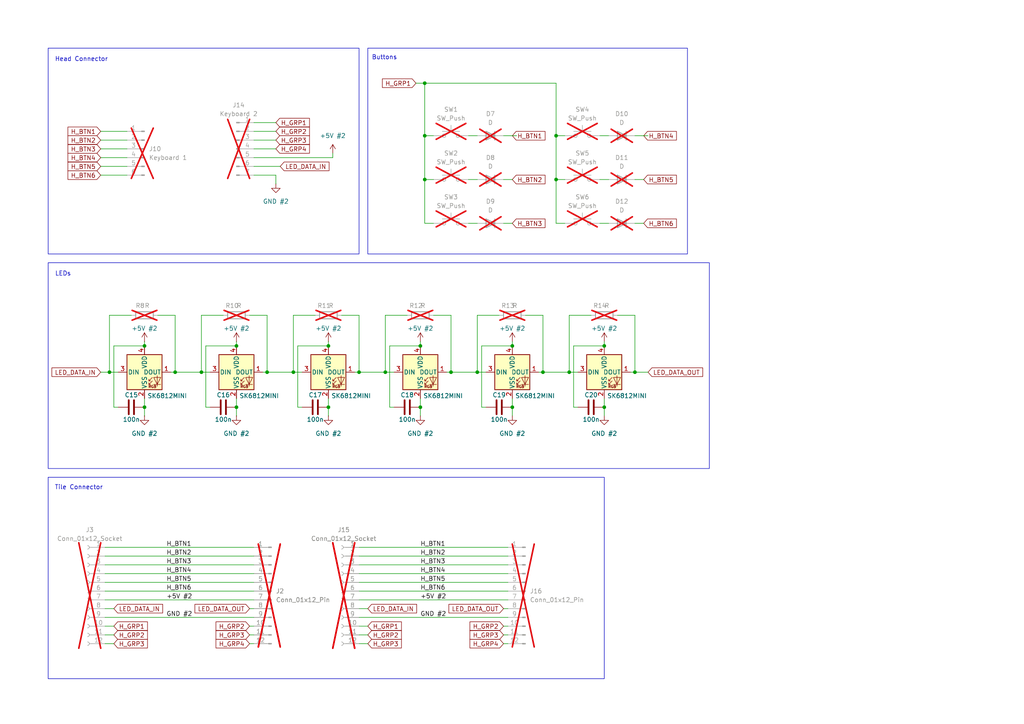
<source format=kicad_sch>
(kicad_sch (version 20250114) (generator "eeschema") (generator_version "9.0")
  (paper "A4")
  (title_block (title "Keyboard"))
  (lib_symbols
    (symbol "Connector:Conn_01x06_Pin" (pin_names (offset 1.016) (hide yes))
      (property "Reference" "J" (at 0 7.62 0))
      (property "Value" "Conn_01x06_Pin" (at 0 -10.16 0))
      (symbol "Conn_01x06_Pin_1_1"
        (rectangle (start 0.8636 5.207) (end 0 4.953) (stroke (width 0.1524)) (fill (type outline)))
        (rectangle (start 0.8636 2.667) (end 0 2.413) (stroke (width 0.1524)) (fill (type outline)))
        (rectangle (start 0.8636 0.127) (end 0 -0.127) (stroke (width 0.1524)) (fill (type outline)))
        (rectangle (start 0.8636 -2.413) (end 0 -2.667) (stroke (width 0.1524)) (fill (type outline)))
        (rectangle (start 0.8636 -4.953) (end 0 -5.207) (stroke (width 0.1524)) (fill (type outline)))
        (rectangle (start 0.8636 -7.493) (end 0 -7.747) (stroke (width 0.1524)) (fill (type outline)))
        (polyline (pts (xy 1.27 5.08) (xy 0.8636 5.08)) (stroke (width 0.1524)))
        (polyline (pts (xy 1.27 2.54) (xy 0.8636 2.54)) (stroke (width 0.1524)))
        (polyline (pts (xy 1.27 0) (xy 0.8636 0)) (stroke (width 0.1524)))
        (polyline (pts (xy 1.27 -2.54) (xy 0.8636 -2.54)) (stroke (width 0.1524)))
        (polyline (pts (xy 1.27 -5.08) (xy 0.8636 -5.08)) (stroke (width 0.1524)))
        (polyline (pts (xy 1.27 -7.62) (xy 0.8636 -7.62)) (stroke (width 0.1524)))
        (pin passive line (at 5.08 5.08 180) (length 3.81) (name "Pin_1") (number "1"))
        (pin passive line (at 5.08 2.54 180) (length 3.81) (name "Pin_2") (number "2"))
        (pin passive line (at 5.08 0 180) (length 3.81) (name "Pin_3") (number "3"))
        (pin passive line (at 5.08 -2.54 180) (length 3.81) (name "Pin_4") (number "4"))
        (pin passive line (at 5.08 -5.08 180) (length 3.81) (name "Pin_5") (number "5"))
        (pin passive line (at 5.08 -7.62 180) (length 3.81) (name "Pin_6") (number "6"))
      )
    )
    (symbol "Connector:Conn_01x07_Pin" (pin_names (offset 1.016) (hide yes))
      (property "Reference" "J" (at 0 10.16 0))
      (property "Value" "Conn_01x07_Pin" (at 0 -10.16 0))
      (symbol "Conn_01x07_Pin_1_1"
        (rectangle (start 0.8636 7.747) (end 0 7.493) (stroke (width 0.1524)) (fill (type outline)))
        (rectangle (start 0.8636 5.207) (end 0 4.953) (stroke (width 0.1524)) (fill (type outline)))
        (rectangle (start 0.8636 2.667) (end 0 2.413) (stroke (width 0.1524)) (fill (type outline)))
        (rectangle (start 0.8636 0.127) (end 0 -0.127) (stroke (width 0.1524)) (fill (type outline)))
        (rectangle (start 0.8636 -2.413) (end 0 -2.667) (stroke (width 0.1524)) (fill (type outline)))
        (rectangle (start 0.8636 -4.953) (end 0 -5.207) (stroke (width 0.1524)) (fill (type outline)))
        (rectangle (start 0.8636 -7.493) (end 0 -7.747) (stroke (width 0.1524)) (fill (type outline)))
        (polyline (pts (xy 1.27 7.62) (xy 0.8636 7.62)) (stroke (width 0.1524)))
        (polyline (pts (xy 1.27 5.08) (xy 0.8636 5.08)) (stroke (width 0.1524)))
        (polyline (pts (xy 1.27 2.54) (xy 0.8636 2.54)) (stroke (width 0.1524)))
        (polyline (pts (xy 1.27 0) (xy 0.8636 0)) (stroke (width 0.1524)))
        (polyline (pts (xy 1.27 -2.54) (xy 0.8636 -2.54)) (stroke (width 0.1524)))
        (polyline (pts (xy 1.27 -5.08) (xy 0.8636 -5.08)) (stroke (width 0.1524)))
        (polyline (pts (xy 1.27 -7.62) (xy 0.8636 -7.62)) (stroke (width 0.1524)))
        (pin passive line (at 5.08 7.62 180) (length 3.81) (name "Pin_1") (number "1"))
        (pin passive line (at 5.08 5.08 180) (length 3.81) (name "Pin_2") (number "2"))
        (pin passive line (at 5.08 2.54 180) (length 3.81) (name "Pin_3") (number "3"))
        (pin passive line (at 5.08 0 180) (length 3.81) (name "Pin_4") (number "4"))
        (pin passive line (at 5.08 -2.54 180) (length 3.81) (name "Pin_5") (number "5"))
        (pin passive line (at 5.08 -5.08 180) (length 3.81) (name "Pin_6") (number "6"))
        (pin passive line (at 5.08 -7.62 180) (length 3.81) (name "Pin_7") (number "7"))
      )
    )
    (symbol "Connector:Conn_01x12_Pin" (pin_names (offset 1.016) (hide yes))
      (property "Reference" "J" (at 0 15.24 0))
      (property "Value" "Conn_01x12_Pin" (at 0 -17.78 0))
      (symbol "Conn_01x12_Pin_1_1"
        (rectangle (start 0.8636 12.827) (end 0 12.573) (stroke (width 0.1524)) (fill (type outline)))
        (rectangle (start 0.8636 10.287) (end 0 10.033) (stroke (width 0.1524)) (fill (type outline)))
        (rectangle (start 0.8636 7.747) (end 0 7.493) (stroke (width 0.1524)) (fill (type outline)))
        (rectangle (start 0.8636 5.207) (end 0 4.953) (stroke (width 0.1524)) (fill (type outline)))
        (rectangle (start 0.8636 2.667) (end 0 2.413) (stroke (width 0.1524)) (fill (type outline)))
        (rectangle (start 0.8636 0.127) (end 0 -0.127) (stroke (width 0.1524)) (fill (type outline)))
        (rectangle (start 0.8636 -2.413) (end 0 -2.667) (stroke (width 0.1524)) (fill (type outline)))
        (rectangle (start 0.8636 -4.953) (end 0 -5.207) (stroke (width 0.1524)) (fill (type outline)))
        (rectangle (start 0.8636 -7.493) (end 0 -7.747) (stroke (width 0.1524)) (fill (type outline)))
        (rectangle (start 0.8636 -10.033) (end 0 -10.287) (stroke (width 0.1524)) (fill (type outline)))
        (rectangle (start 0.8636 -12.573) (end 0 -12.827) (stroke (width 0.1524)) (fill (type outline)))
        (rectangle (start 0.8636 -15.113) (end 0 -15.367) (stroke (width 0.1524)) (fill (type outline)))
        (polyline (pts (xy 1.27 12.7) (xy 0.8636 12.7)) (stroke (width 0.1524)))
        (polyline (pts (xy 1.27 10.16) (xy 0.8636 10.16)) (stroke (width 0.1524)))
        (polyline (pts (xy 1.27 7.62) (xy 0.8636 7.62)) (stroke (width 0.1524)))
        (polyline (pts (xy 1.27 5.08) (xy 0.8636 5.08)) (stroke (width 0.1524)))
        (polyline (pts (xy 1.27 2.54) (xy 0.8636 2.54)) (stroke (width 0.1524)))
        (polyline (pts (xy 1.27 0) (xy 0.8636 0)) (stroke (width 0.1524)))
        (polyline (pts (xy 1.27 -2.54) (xy 0.8636 -2.54)) (stroke (width 0.1524)))
        (polyline (pts (xy 1.27 -5.08) (xy 0.8636 -5.08)) (stroke (width 0.1524)))
        (polyline (pts (xy 1.27 -7.62) (xy 0.8636 -7.62)) (stroke (width 0.1524)))
        (polyline (pts (xy 1.27 -10.16) (xy 0.8636 -10.16)) (stroke (width 0.1524)))
        (polyline (pts (xy 1.27 -12.7) (xy 0.8636 -12.7)) (stroke (width 0.1524)))
        (polyline (pts (xy 1.27 -15.24) (xy 0.8636 -15.24)) (stroke (width 0.1524)))
        (pin passive line (at 5.08 12.7 180) (length 3.81) (name "Pin_1") (number "1"))
        (pin passive line (at 5.08 10.16 180) (length 3.81) (name "Pin_2") (number "2"))
        (pin passive line (at 5.08 7.62 180) (length 3.81) (name "Pin_3") (number "3"))
        (pin passive line (at 5.08 5.08 180) (length 3.81) (name "Pin_4") (number "4"))
        (pin passive line (at 5.08 2.54 180) (length 3.81) (name "Pin_5") (number "5"))
        (pin passive line (at 5.08 0 180) (length 3.81) (name "Pin_6") (number "6"))
        (pin passive line (at 5.08 -2.54 180) (length 3.81) (name "Pin_7") (number "7"))
        (pin passive line (at 5.08 -5.08 180) (length 3.81) (name "Pin_8") (number "8"))
        (pin passive line (at 5.08 -7.62 180) (length 3.81) (name "Pin_9") (number "9"))
        (pin passive line (at 5.08 -10.16 180) (length 3.81) (name "Pin_10") (number "10"))
        (pin passive line (at 5.08 -12.7 180) (length 3.81) (name "Pin_11") (number "11"))
        (pin passive line (at 5.08 -15.24 180) (length 3.81) (name "Pin_12") (number "12"))
      )
    )
    (symbol "Connector:Conn_01x12_Socket" (pin_names (offset 1.016) (hide yes))
      (property "Reference" "J" (at 0 15.24 0))
      (property "Value" "Conn_01x12_Socket" (at 0 -17.78 0))
      (symbol "Conn_01x12_Socket_1_1"
        (polyline (pts (xy -1.27 12.7) (xy -0.508 12.7)) (stroke (width 0.1524)))
        (polyline (pts (xy -1.27 10.16) (xy -0.508 10.16)) (stroke (width 0.1524)))
        (polyline (pts (xy -1.27 7.62) (xy -0.508 7.62)) (stroke (width 0.1524)))
        (polyline (pts (xy -1.27 5.08) (xy -0.508 5.08)) (stroke (width 0.1524)))
        (polyline (pts (xy -1.27 2.54) (xy -0.508 2.54)) (stroke (width 0.1524)))
        (polyline (pts (xy -1.27 0) (xy -0.508 0)) (stroke (width 0.1524)))
        (polyline (pts (xy -1.27 -2.54) (xy -0.508 -2.54)) (stroke (width 0.1524)))
        (polyline (pts (xy -1.27 -5.08) (xy -0.508 -5.08)) (stroke (width 0.1524)))
        (polyline (pts (xy -1.27 -7.62) (xy -0.508 -7.62)) (stroke (width 0.1524)))
        (polyline (pts (xy -1.27 -10.16) (xy -0.508 -10.16)) (stroke (width 0.1524)))
        (polyline (pts (xy -1.27 -12.7) (xy -0.508 -12.7)) (stroke (width 0.1524)))
        (polyline (pts (xy -1.27 -15.24) (xy -0.508 -15.24)) (stroke (width 0.1524)))
        (arc (start 0 12.192) (mid -0.5058 12.7) (end 0 13.208) (stroke (width 0.1524)))
        (arc (start 0 9.652) (mid -0.5058 10.16) (end 0 10.668) (stroke (width 0.1524)))
        (arc (start 0 7.112) (mid -0.5058 7.62) (end 0 8.128) (stroke (width 0.1524)))
        (arc (start 0 4.572) (mid -0.5058 5.08) (end 0 5.588) (stroke (width 0.1524)))
        (arc (start 0 2.032) (mid -0.5058 2.54) (end 0 3.048) (stroke (width 0.1524)))
        (arc (start 0 -0.508) (mid -0.5058 0) (end 0 0.508) (stroke (width 0.1524)))
        (arc (start 0 -3.048) (mid -0.5058 -2.54) (end 0 -2.032) (stroke (width 0.1524)))
        (arc (start 0 -5.588) (mid -0.5058 -5.08) (end 0 -4.572) (stroke (width 0.1524)))
        (arc (start 0 -8.128) (mid -0.5058 -7.62) (end 0 -7.112) (stroke (width 0.1524)))
        (arc (start 0 -10.668) (mid -0.5058 -10.16) (end 0 -9.652) (stroke (width 0.1524)))
        (arc (start 0 -13.208) (mid -0.5058 -12.7) (end 0 -12.192) (stroke (width 0.1524)))
        (arc (start 0 -15.748) (mid -0.5058 -15.24) (end 0 -14.732) (stroke (width 0.1524)))
        (pin passive line (at -5.08 12.7 0) (length 3.81) (name "Pin_1") (number "1"))
        (pin passive line (at -5.08 10.16 0) (length 3.81) (name "Pin_2") (number "2"))
        (pin passive line (at -5.08 7.62 0) (length 3.81) (name "Pin_3") (number "3"))
        (pin passive line (at -5.08 5.08 0) (length 3.81) (name "Pin_4") (number "4"))
        (pin passive line (at -5.08 2.54 0) (length 3.81) (name "Pin_5") (number "5"))
        (pin passive line (at -5.08 0 0) (length 3.81) (name "Pin_6") (number "6"))
        (pin passive line (at -5.08 -2.54 0) (length 3.81) (name "Pin_7") (number "7"))
        (pin passive line (at -5.08 -5.08 0) (length 3.81) (name "Pin_8") (number "8"))
        (pin passive line (at -5.08 -7.62 0) (length 3.81) (name "Pin_9") (number "9"))
        (pin passive line (at -5.08 -10.16 0) (length 3.81) (name "Pin_10") (number "10"))
        (pin passive line (at -5.08 -12.7 0) (length 3.81) (name "Pin_11") (number "11"))
        (pin passive line (at -5.08 -15.24 0) (length 3.81) (name "Pin_12") (number "12"))
      )
    )
    (symbol "Device:C" (pin_numbers (hide yes)) (pin_names (offset 0.254))
      (property "Reference" "C" (at 0.635 2.54 0))
      (property "Value" "C" (at 0.635 -2.54 0))
      (symbol "C_0_1"
        (polyline (pts (xy -2.032 0.762) (xy 2.032 0.762)) (stroke (width 0.508)))
        (polyline (pts (xy -2.032 -0.762) (xy 2.032 -0.762)) (stroke (width 0.508)))
      )
      (symbol "C_1_1"
        (pin passive line (at 0 3.81 270) (length 2.794) (name "~") (number "1"))
        (pin passive line (at 0 -3.81 90) (length 2.794) (name "~") (number "2"))
      )
    )
    (symbol "Device:D" (pin_numbers (hide yes)) (pin_names (offset 1.016) (hide yes))
      (property "Reference" "D" (at 0 2.54 0))
      (property "Value" "D" (at 0 -2.54 0))
      (symbol "D_0_1"
        (polyline (pts (xy -1.27 1.27) (xy -1.27 -1.27)) (stroke (width 0.254)))
        (polyline (pts (xy 1.27 1.27) (xy 1.27 -1.27) (xy -1.27 0) (xy 1.27 1.27)) (stroke (width 0.254)))
        (polyline (pts (xy 1.27 0) (xy -1.27 0)))
      )
      (symbol "D_1_1"
        (pin passive line (at -3.81 0 0) (length 2.54) (name "K") (number "1"))
        (pin passive line (at 3.81 0 180) (length 2.54) (name "A") (number "2"))
      )
    )
    (symbol "Device:R" (pin_numbers (hide yes)) (pin_names (offset 0))
      (property "Reference" "R" (at 2.032 0 90))
      (property "Value" "R" (at 0 0 90))
      (symbol "R_0_1"
        (rectangle (start -1.016 -2.54) (end 1.016 2.54) (stroke (width 0.254)))
      )
      (symbol "R_1_1"
        (pin passive line (at 0 3.81 270) (length 1.27) (name "~") (number "1"))
        (pin passive line (at 0 -3.81 90) (length 1.27) (name "~") (number "2"))
      )
    )
    (symbol "LED:SK6812MINI" (pin_names (offset 0.254))
      (property "Reference" "D" (at 5.08 5.715 0))
      (property "Value" "SK6812MINI" (at 1.27 -5.715 0))
      (symbol "SK6812MINI_0_0"
        (text "RGB" (at 2.286 -4.191 0) (effects (font (size 0.762 0.762))))
      )
      (symbol "SK6812MINI_0_1"
        (polyline (pts (xy 1.27 -2.54) (xy 1.778 -2.54)))
        (polyline (pts (xy 1.27 -3.556) (xy 1.778 -3.556)))
        (polyline (pts (xy 2.286 -1.524) (xy 1.27 -2.54) (xy 1.27 -2.032)))
        (polyline (pts (xy 2.286 -2.54) (xy 1.27 -3.556) (xy 1.27 -3.048)))
        (polyline (pts (xy 3.683 -1.016) (xy 3.683 -3.556) (xy 3.683 -4.064)))
        (polyline (pts (xy 4.699 -1.524) (xy 2.667 -1.524) (xy 3.683 -3.556) (xy 4.699 -1.524)))
        (polyline (pts (xy 4.699 -3.556) (xy 2.667 -3.556)))
        (rectangle (start 5.08 5.08) (end -5.08 -5.08) (stroke (width 0.254)) (fill (type background)))
      )
      (symbol "SK6812MINI_1_1"
        (pin input line (at -7.62 0 0) (length 2.54) (name "DIN") (number "3"))
        (pin power_in line (at 0 7.62 270) (length 2.54) (name "VDD") (number "4"))
        (pin power_in line (at 0 -7.62 90) (length 2.54) (name "VSS") (number "2"))
        (pin output line (at 7.62 0 180) (length 2.54) (name "DOUT") (number "1"))
      )
    )
    (symbol "Switch:SW_Push" (pin_numbers (hide yes)) (pin_names (offset 1.016) (hide yes))
      (property "Reference" "SW" (at 1.27 2.54 0))
      (property "Value" "SW_Push" (at 0 -1.524 0))
      (symbol "SW_Push_0_1"
        (circle (center -2.032 0) (radius 0.508))
        (polyline (pts (xy 0 1.27) (xy 0 3.048)))
        (circle (center 2.032 0) (radius 0.508))
        (polyline (pts (xy 2.54 1.27) (xy -2.54 1.27)))
        (pin passive line (at -5.08 0 0) (length 2.54) (name "1") (number "1"))
        (pin passive line (at 5.08 0 180) (length 2.54) (name "2") (number "2"))
      )
    )
    (symbol "power:+5V" (power) (pin_numbers (hide yes)) (pin_names (offset 0) (hide yes))
      (property "Value" "+5V" (at 0 3.556 0))
      (symbol "+5V_0_1"
        (polyline (pts (xy -0.762 1.27) (xy 0 2.54)))
        (polyline (pts (xy 0 2.54) (xy 0.762 1.27)))
        (polyline (pts (xy 0 0) (xy 0 2.54)))
      )
      (symbol "+5V_1_1"
        (pin power_in line (at 0 0 90) (length 0) (name "~") (number "1"))
      )
    )
    (symbol "power:GND" (power) (pin_numbers (hide yes)) (pin_names (offset 0) (hide yes))
      (property "Value" "GND" (at 0 -3.81 0))
      (symbol "GND_0_1"
        (polyline (pts (xy 0 0) (xy 0 -1.27) (xy 1.27 -1.27) (xy 0 -2.54) (xy -1.27 -1.27) (xy 0 -1.27)))
      )
      (symbol "GND_1_1"
        (pin power_in line (at 0 0 270) (length 0) (name "~") (number "1"))
      )
    )
  )
  (rectangle (start 13.97 76.2) (end 205.74 135.89))
  (rectangle (start 13.97 138.43) (end 175.26 196.85))
  (rectangle (start 106.68 13.97) (end 199.39 73.66))
  (rectangle (start 13.97 13.97) (end 104.14 73.66))
  (text "Head Connector" (at 23.622 17.272 0) (effects (font (size 1.27 1.27))))
  (text "LEDs" (at 18.288 79.502 0) (effects (font (size 1.27 1.27))))
  (text "Tile Connector\n" (at 22.86 141.478 0) (effects (font (size 1.27 1.27))))
  (text "Buttons" (at 111.506 16.764 0) (effects (font (size 1.27 1.27))))
  (junction (at 157.48 107.95))
  (junction (at 123.19 52.07))
  (junction (at 165.1 107.95))
  (junction (at 68.58 118.11))
  (junction (at 175.26 100.33))
  (junction (at 95.25 118.11))
  (junction (at 77.47 107.95))
  (junction (at 148.59 100.33))
  (junction (at 58.42 107.95))
  (junction (at 148.59 118.11))
  (junction (at 41.91 118.11))
  (junction (at 31.75 107.95))
  (junction (at 123.19 39.37))
  (junction (at 68.58 100.33))
  (junction (at 41.91 100.33))
  (junction (at 50.8 107.95))
  (junction (at 184.15 107.95))
  (junction (at 130.81 107.95))
  (junction (at 104.14 107.95))
  (junction (at 138.43 107.95))
  (junction (at 121.92 118.11))
  (junction (at 85.09 107.95))
  (junction (at 175.26 118.11))
  (junction (at 111.76 107.95))
  (junction (at 161.29 52.07))
  (junction (at 121.92 100.33))
  (junction (at 161.29 39.37))
  (junction (at 123.19 24.13))
  (junction (at 95.25 100.33))
  (wire (pts (xy 30.48 158.75) (xy 73.66 158.75)))
  (wire (pts (xy 95.25 99.06) (xy 95.25 100.33)))
  (wire (pts (xy 36.83 45.72) (xy 29.21 45.72)))
  (wire (pts (xy 157.48 107.95) (xy 165.1 107.95)))
  (wire (pts (xy 86.36 100.33) (xy 95.25 100.33)))
  (wire (pts (xy 80.01 38.1) (xy 73.66 38.1)))
  (wire (pts (xy 31.75 107.95) (xy 34.29 107.95)))
  (wire (pts (xy 135.89 64.77) (xy 138.43 64.77)))
  (wire (pts (xy 30.48 171.45) (xy 73.66 171.45)))
  (wire (pts (xy 161.29 39.37) (xy 163.83 39.37)))
  (wire (pts (xy 77.47 91.44) (xy 77.47 107.95)))
  (wire (pts (xy 146.05 39.37) (xy 149.86 39.37)))
  (wire (pts (xy 49.53 107.95) (xy 50.8 107.95)))
  (wire (pts (xy 59.69 100.33) (xy 59.69 118.11)))
  (wire (pts (xy 113.03 100.33) (xy 121.92 100.33)))
  (wire (pts (xy 104.14 163.83) (xy 147.32 163.83)))
  (wire (pts (xy 30.48 184.15) (xy 33.02 184.15)))
  (wire (pts (xy 182.88 107.95) (xy 184.15 107.95)))
  (wire (pts (xy 104.14 168.91) (xy 147.32 168.91)))
  (wire (pts (xy 130.81 107.95) (xy 138.43 107.95)))
  (wire (pts (xy 31.75 91.44) (xy 31.75 107.95)))
  (wire (pts (xy 68.58 118.11) (xy 68.58 120.65)))
  (wire (pts (xy 166.37 118.11) (xy 167.64 118.11)))
  (wire (pts (xy 146.05 176.53) (xy 147.32 176.53)))
  (wire (pts (xy 175.26 118.11) (xy 175.26 120.65)))
  (wire (pts (xy 161.29 24.13) (xy 123.19 24.13)))
  (wire (pts (xy 33.02 100.33) (xy 33.02 118.11)))
  (wire (pts (xy 179.07 91.44) (xy 184.15 91.44)))
  (wire (pts (xy 138.43 91.44) (xy 144.78 91.44)))
  (wire (pts (xy 135.89 39.37) (xy 138.43 39.37)))
  (wire (pts (xy 104.14 184.15) (xy 106.68 184.15)))
  (wire (pts (xy 157.48 91.44) (xy 157.48 107.95)))
  (wire (pts (xy 166.37 100.33) (xy 166.37 118.11)))
  (wire (pts (xy 165.1 91.44) (xy 171.45 91.44)))
  (wire (pts (xy 104.14 186.69) (xy 106.68 186.69)))
  (wire (pts (xy 36.83 48.26) (xy 29.21 48.26)))
  (wire (pts (xy 184.15 52.07) (xy 186.69 52.07)))
  (wire (pts (xy 111.76 91.44) (xy 118.11 91.44)))
  (wire (pts (xy 104.14 91.44) (xy 104.14 107.95)))
  (wire (pts (xy 72.39 176.53) (xy 73.66 176.53)))
  (wire (pts (xy 29.21 40.64) (xy 36.83 40.64)))
  (wire (pts (xy 148.59 99.06) (xy 148.59 100.33)))
  (wire (pts (xy 104.14 176.53) (xy 106.68 176.53)))
  (wire (pts (xy 104.14 158.75) (xy 147.32 158.75)))
  (wire (pts (xy 121.92 115.57) (xy 121.92 118.11)))
  (wire (pts (xy 111.76 107.95) (xy 114.3 107.95)))
  (wire (pts (xy 72.39 181.61) (xy 73.66 181.61)))
  (wire (pts (xy 45.72 91.44) (xy 50.8 91.44)))
  (wire (pts (xy 123.19 24.13) (xy 123.19 39.37)))
  (wire (pts (xy 80.01 35.56) (xy 73.66 35.56)))
  (wire (pts (xy 30.48 166.37) (xy 73.66 166.37)))
  (wire (pts (xy 146.05 64.77) (xy 148.59 64.77)))
  (wire (pts (xy 95.25 115.57) (xy 95.25 118.11)))
  (wire (pts (xy 104.14 161.29) (xy 147.32 161.29)))
  (wire (pts (xy 123.19 64.77) (xy 125.73 64.77)))
  (wire (pts (xy 29.21 38.1) (xy 36.83 38.1)))
  (wire (pts (xy 30.48 186.69) (xy 33.02 186.69)))
  (wire (pts (xy 146.05 184.15) (xy 147.32 184.15)))
  (wire (pts (xy 173.99 52.07) (xy 176.53 52.07)))
  (wire (pts (xy 72.39 184.15) (xy 73.66 184.15)))
  (wire (pts (xy 80.01 53.34) (xy 80.01 50.8)))
  (wire (pts (xy 139.7 100.33) (xy 139.7 118.11)))
  (wire (pts (xy 123.19 39.37) (xy 125.73 39.37)))
  (wire (pts (xy 161.29 64.77) (xy 161.29 52.07)))
  (wire (pts (xy 72.39 186.69) (xy 73.66 186.69)))
  (wire (pts (xy 30.48 168.91) (xy 73.66 168.91)))
  (wire (pts (xy 120.65 24.13) (xy 123.19 24.13)))
  (wire (pts (xy 77.47 107.95) (xy 85.09 107.95)))
  (wire (pts (xy 59.69 100.33) (xy 68.58 100.33)))
  (wire (pts (xy 121.92 99.06) (xy 121.92 100.33)))
  (wire (pts (xy 129.54 107.95) (xy 130.81 107.95)))
  (wire (pts (xy 104.14 179.07) (xy 147.32 179.07)))
  (wire (pts (xy 130.81 91.44) (xy 130.81 107.95)))
  (wire (pts (xy 139.7 100.33) (xy 148.59 100.33)))
  (wire (pts (xy 148.59 118.11) (xy 148.59 120.65)))
  (wire (pts (xy 113.03 118.11) (xy 114.3 118.11)))
  (wire (pts (xy 85.09 91.44) (xy 85.09 107.95)))
  (wire (pts (xy 175.26 99.06) (xy 175.26 100.33)))
  (wire (pts (xy 72.39 91.44) (xy 77.47 91.44)))
  (wire (pts (xy 59.69 118.11) (xy 60.96 118.11)))
  (wire (pts (xy 96.52 45.72) (xy 96.52 44.45)))
  (wire (pts (xy 123.19 39.37) (xy 123.19 52.07)))
  (wire (pts (xy 76.2 107.95) (xy 77.47 107.95)))
  (wire (pts (xy 104.14 173.99) (xy 147.32 173.99)))
  (wire (pts (xy 85.09 107.95) (xy 87.63 107.95)))
  (wire (pts (xy 95.25 118.11) (xy 95.25 120.65)))
  (wire (pts (xy 41.91 115.57) (xy 41.91 118.11)))
  (wire (pts (xy 73.66 40.64) (xy 80.01 40.64)))
  (wire (pts (xy 138.43 107.95) (xy 140.97 107.95)))
  (wire (pts (xy 113.03 100.33) (xy 113.03 118.11)))
  (wire (pts (xy 104.14 107.95) (xy 111.76 107.95)))
  (wire (pts (xy 138.43 91.44) (xy 138.43 107.95)))
  (wire (pts (xy 166.37 100.33) (xy 175.26 100.33)))
  (wire (pts (xy 184.15 91.44) (xy 184.15 107.95)))
  (wire (pts (xy 80.01 50.8) (xy 73.66 50.8)))
  (wire (pts (xy 50.8 107.95) (xy 58.42 107.95)))
  (wire (pts (xy 68.58 115.57) (xy 68.58 118.11)))
  (wire (pts (xy 146.05 186.69) (xy 147.32 186.69)))
  (wire (pts (xy 184.15 64.77) (xy 186.69 64.77)))
  (wire (pts (xy 184.15 107.95) (xy 187.96 107.95)))
  (wire (pts (xy 184.15 39.37) (xy 187.96 39.37)))
  (wire (pts (xy 102.87 107.95) (xy 104.14 107.95)))
  (wire (pts (xy 81.28 48.26) (xy 73.66 48.26)))
  (wire (pts (xy 173.99 39.37) (xy 176.53 39.37)))
  (wire (pts (xy 33.02 118.11) (xy 34.29 118.11)))
  (wire (pts (xy 29.21 50.8) (xy 36.83 50.8)))
  (wire (pts (xy 30.48 176.53) (xy 33.02 176.53)))
  (wire (pts (xy 86.36 100.33) (xy 86.36 118.11)))
  (wire (pts (xy 104.14 166.37) (xy 147.32 166.37)))
  (wire (pts (xy 36.83 43.18) (xy 29.21 43.18)))
  (wire (pts (xy 161.29 52.07) (xy 163.83 52.07)))
  (wire (pts (xy 125.73 91.44) (xy 130.81 91.44)))
  (wire (pts (xy 99.06 91.44) (xy 104.14 91.44)))
  (wire (pts (xy 30.48 173.99) (xy 73.66 173.99)))
  (wire (pts (xy 73.66 43.18) (xy 80.01 43.18)))
  (wire (pts (xy 58.42 107.95) (xy 60.96 107.95)))
  (wire (pts (xy 41.91 118.11) (xy 41.91 120.65)))
  (wire (pts (xy 121.92 118.11) (xy 121.92 120.65)))
  (wire (pts (xy 41.91 99.06) (xy 41.91 100.33)))
  (wire (pts (xy 152.4 91.44) (xy 157.48 91.44)))
  (wire (pts (xy 163.83 64.77) (xy 161.29 64.77)))
  (wire (pts (xy 30.48 181.61) (xy 33.02 181.61)))
  (wire (pts (xy 58.42 91.44) (xy 64.77 91.44)))
  (wire (pts (xy 58.42 91.44) (xy 58.42 107.95)))
  (wire (pts (xy 104.14 171.45) (xy 147.32 171.45)))
  (wire (pts (xy 165.1 107.95) (xy 167.64 107.95)))
  (wire (pts (xy 104.14 181.61) (xy 106.68 181.61)))
  (wire (pts (xy 161.29 52.07) (xy 161.29 39.37)))
  (wire (pts (xy 73.66 45.72) (xy 96.52 45.72)))
  (wire (pts (xy 30.48 179.07) (xy 73.66 179.07)))
  (wire (pts (xy 139.7 118.11) (xy 140.97 118.11)))
  (wire (pts (xy 165.1 91.44) (xy 165.1 107.95)))
  (wire (pts (xy 156.21 107.95) (xy 157.48 107.95)))
  (wire (pts (xy 68.58 99.06) (xy 68.58 100.33)))
  (wire (pts (xy 85.09 91.44) (xy 91.44 91.44)))
  (wire (pts (xy 86.36 118.11) (xy 87.63 118.11)))
  (wire (pts (xy 148.59 115.57) (xy 148.59 118.11)))
  (wire (pts (xy 33.02 100.33) (xy 41.91 100.33)))
  (wire (pts (xy 123.19 52.07) (xy 125.73 52.07)))
  (wire (pts (xy 173.99 64.77) (xy 176.53 64.77)))
  (wire (pts (xy 50.8 91.44) (xy 50.8 107.95)))
  (wire (pts (xy 31.75 91.44) (xy 38.1 91.44)))
  (wire (pts (xy 146.05 181.61) (xy 147.32 181.61)))
  (wire (pts (xy 161.29 39.37) (xy 161.29 24.13)))
  (wire (pts (xy 135.89 52.07) (xy 138.43 52.07)))
  (wire (pts (xy 175.26 115.57) (xy 175.26 118.11)))
  (wire (pts (xy 123.19 52.07) (xy 123.19 64.77)))
  (wire (pts (xy 146.05 52.07) (xy 148.59 52.07)))
  (wire (pts (xy 111.76 91.44) (xy 111.76 107.95)))
  (wire (pts (xy 30.48 163.83) (xy 73.66 163.83)))
  (wire (pts (xy 29.21 107.95) (xy 31.75 107.95)))
  (wire (pts (xy 30.48 161.29) (xy 73.66 161.29)))
  (label "H_BTN3" (at 48.26 163.83 0))
  (label "GND #2" (at 121.92 179.07 0))
  (label "H_BTN2" (at 121.92 161.29 0))
  (label "H_BTN6" (at 48.26 171.45 0))
  (label "H_BTN4" (at 121.92 166.37 0))
  (label "H_BTN2" (at 48.26 161.29 0))
  (label "H_BTN5" (at 48.26 168.91 0))
  (label "GND #2" (at 48.26 179.07 0))
  (label "H_BTN5" (at 121.92 168.91 0))
  (label "+5V #2" (at 121.92 173.99 0))
  (label "H_BTN4" (at 48.26 166.37 0))
  (label "H_BTN1" (at 121.92 158.75 0))
  (label "+5V #2" (at 48.26 173.99 0))
  (label "H_BTN6" (at 121.92 171.45 0))
  (label "H_BTN3" (at 121.92 163.83 0))
  (label "H_BTN1" (at 48.26 158.75 0))
  (global_label "H_GRP1" (shape input) (at 33.02 181.61 0) (property "Intersheetrefs" "${INTERSHEET_REFS}" (effects (hide yes))))
  (global_label "H_GRP3" (shape input) (at 33.02 186.69 0) (property "Intersheetrefs" "${INTERSHEET_REFS}" (effects (hide yes))))
  (global_label "H_GRP3" (shape input) (at 72.39 184.15 180) (property "Intersheetrefs" "${INTERSHEET_REFS}" (effects (hide yes))))
  (global_label "H_GRP3" (shape input) (at 146.05 184.15 180) (property "Intersheetrefs" "${INTERSHEET_REFS}" (effects (hide yes))))
  (global_label "H_BTN4" (shape input) (at 186.69 39.37 0) (property "Intersheetrefs" "${INTERSHEET_REFS}" (effects (hide yes))))
  (global_label "H_BTN1" (shape input) (at 29.21 38.1 180) (property "Intersheetrefs" "${INTERSHEET_REFS}" (effects (hide yes))))
  (global_label "H_GRP2" (shape input) (at 146.05 181.61 180) (property "Intersheetrefs" "${INTERSHEET_REFS}" (effects (hide yes))))
  (global_label "LED_DATA_IN" (shape input) (at 29.21 107.95 180) (property "Intersheetrefs" "${INTERSHEET_REFS}" (effects (hide yes))))
  (global_label "H_GRP2" (shape input) (at 33.02 184.15 0) (property "Intersheetrefs" "${INTERSHEET_REFS}" (effects (hide yes))))
  (global_label "H_GRP4" (shape input) (at 146.05 186.69 180) (property "Intersheetrefs" "${INTERSHEET_REFS}" (effects (hide yes))))
  (global_label "H_BTN5" (shape input) (at 186.69 52.07 0) (property "Intersheetrefs" "${INTERSHEET_REFS}" (effects (hide yes))))
  (global_label "H_GRP4" (shape input) (at 72.39 186.69 180) (property "Intersheetrefs" "${INTERSHEET_REFS}" (effects (hide yes))))
  (global_label "H_BTN6" (shape input) (at 186.69 64.77 0) (property "Intersheetrefs" "${INTERSHEET_REFS}" (effects (hide yes))))
  (global_label "H_GRP2" (shape input) (at 80.01 38.1 0) (property "Intersheetrefs" "${INTERSHEET_REFS}" (effects (hide yes))))
  (global_label "H_BTN5" (shape input) (at 29.21 48.26 180) (property "Intersheetrefs" "${INTERSHEET_REFS}" (effects (hide yes))))
  (global_label "LED_DATA_OUT" (shape input) (at 187.96 107.95 0) (property "Intersheetrefs" "${INTERSHEET_REFS}" (effects (hide yes))))
  (global_label "H_BTN3" (shape input) (at 29.21 43.18 180) (property "Intersheetrefs" "${INTERSHEET_REFS}" (effects (hide yes))))
  (global_label "LED_DATA_IN" (shape input) (at 106.68 176.53 0) (property "Intersheetrefs" "${INTERSHEET_REFS}" (effects (hide yes))))
  (global_label "LED_DATA_OUT" (shape input) (at 146.05 176.53 180) (property "Intersheetrefs" "${INTERSHEET_REFS}" (effects (hide yes))))
  (global_label "H_GRP3" (shape input) (at 80.01 40.64 0) (property "Intersheetrefs" "${INTERSHEET_REFS}" (effects (hide yes))))
  (global_label "H_GRP1" (shape input) (at 106.68 181.61 0) (property "Intersheetrefs" "${INTERSHEET_REFS}" (effects (hide yes))))
  (global_label "H_BTN2" (shape input) (at 29.21 40.64 180) (property "Intersheetrefs" "${INTERSHEET_REFS}" (effects (hide yes))))
  (global_label "H_GRP1" (shape input) (at 120.65 24.13 180) (property "Intersheetrefs" "${INTERSHEET_REFS}" (effects (hide yes))))
  (global_label "LED_DATA_OUT" (shape input) (at 72.39 176.53 180) (property "Intersheetrefs" "${INTERSHEET_REFS}" (effects (hide yes))))
  (global_label "H_BTN4" (shape input) (at 29.21 45.72 180) (property "Intersheetrefs" "${INTERSHEET_REFS}" (effects (hide yes))))
  (global_label "H_BTN3" (shape input) (at 148.59 64.77 0) (property "Intersheetrefs" "${INTERSHEET_REFS}" (effects (hide yes))))
  (global_label "H_GRP4" (shape input) (at 80.01 43.18 0) (property "Intersheetrefs" "${INTERSHEET_REFS}" (effects (hide yes))))
  (global_label "H_BTN1" (shape input) (at 148.59 39.37 0) (property "Intersheetrefs" "${INTERSHEET_REFS}" (effects (hide yes))))
  (global_label "H_BTN2" (shape input) (at 148.59 52.07 0) (property "Intersheetrefs" "${INTERSHEET_REFS}" (effects (hide yes))))
  (global_label "H_GRP2" (shape input) (at 106.68 184.15 0) (property "Intersheetrefs" "${INTERSHEET_REFS}" (effects (hide yes))))
  (global_label "LED_DATA_IN" (shape input) (at 81.28 48.26 0) (property "Intersheetrefs" "${INTERSHEET_REFS}" (effects (hide yes))))
  (global_label "H_GRP3" (shape input) (at 106.68 186.69 0) (property "Intersheetrefs" "${INTERSHEET_REFS}" (effects (hide yes))))
  (global_label "H_BTN6" (shape input) (at 29.21 50.8 180) (property "Intersheetrefs" "${INTERSHEET_REFS}" (effects (hide yes))))
  (global_label "H_GRP1" (shape input) (at 80.01 35.56 0) (property "Intersheetrefs" "${INTERSHEET_REFS}" (effects (hide yes))))
  (global_label "H_GRP2" (shape input) (at 72.39 181.61 180) (property "Intersheetrefs" "${INTERSHEET_REFS}" (effects (hide yes))))
  (global_label "LED_DATA_IN" (shape input) (at 33.02 176.53 0) (property "Intersheetrefs" "${INTERSHEET_REFS}" (effects (hide yes))))
  (symbol (lib_id "Device:C") (at 91.44 118.11 270) (unit 1)
    (property "Reference" "C17" (at 91.44 114.554 90))
    (property "Value" "100n" (at 91.44 121.666 90))
    (property "Footprint" "Capacitor_SMD:C_0603_1608Metric" (effects (hide yes)))
    (property "Description" "Unpolarized capacitor" (effects (hide yes)))
  )
  (symbol (lib_id "Device:C") (at 64.77 118.11 270) (unit 1)
    (property "Reference" "C16" (at 64.77 114.554 90))
    (property "Value" "100n" (at 64.77 121.666 90))
    (property "Footprint" "Capacitor_SMD:C_0603_1608Metric" (effects (hide yes)))
    (property "Description" "Unpolarized capacitor" (effects (hide yes)))
  )
  (symbol (lib_id "Device:D") (at 142.24 52.07 0) (mirror y) (unit 1) (dnp yes)
    (property "Reference" "D8" (at 142.24 45.72 0))
    (property "Value" "D" (at 142.24 48.26 0))
    (property "Footprint" "Diode_SMD:D_0603_1608Metric" (effects (hide yes)))
    (property "Description" "Diode" (effects (hide yes)))
    (property "Sim.Device" "D" (effects (hide yes)))
    (property "Sim.Pins" "1=K 2=A" (effects (hide yes)))
  )
  (symbol (lib_id "Connector:Conn_01x12_Pin") (at 78.74 171.45 0) (mirror y) (unit 1) (dnp yes)
    (property "Reference" "J2" (at 80.01 171.4499 0) (effects (justify right)))
    (property "Value" "Conn_01x12_Pin" (at 80.01 173.9899 0) (effects (justify right)))
    (property "Footprint" "Connector_PinHeader_2.54mm:PinHeader_1x12_P2.54mm_Horizontal" (effects (hide yes)))
    (property "Description" "Generic connector, single row, 01x12, script generated" (effects (hide yes)))
  )
  (symbol (lib_id "Connector:Conn_01x06_Pin") (at 41.91 43.18 0) (mirror y) (unit 1) (dnp yes)
    (property "Reference" "J10" (at 43.18 43.1799 0) (effects (justify right)))
    (property "Value" "Keyboard 1" (at 43.18 45.7199 0) (effects (justify right)))
    (property "Footprint" "Connector_PinHeader_2.54mm:PinHeader_1x06_P2.54mm_Vertical" (effects (hide yes)))
    (property "Description" "Generic connector, single row, 01x06, script generated" (effects (hide yes)))
  )
  (symbol (lib_id "Connector:Conn_01x12_Pin") (at 152.4 171.45 0) (mirror y) (unit 1) (dnp yes)
    (property "Reference" "J16" (at 153.67 171.4499 0) (effects (justify right)))
    (property "Value" "Conn_01x12_Pin" (at 153.67 173.9899 0) (effects (justify right)))
    (property "Footprint" "Connector_PinHeader_2.54mm:PinHeader_1x12_P2.54mm_Horizontal" (effects (hide yes)))
    (property "Description" "Generic connector, single row, 01x12, script generated" (effects (hide yes)))
  )
  (symbol (lib_id "power:GND") (at 148.59 120.65 0) (mirror y) (unit 1)
    (property "Reference" "#PWR025" (effects (hide yes)))
    (property "Value" "GND #2" (at 148.59 125.73 0))
    (property "Description" "Power symbol creates a global label with name \"GND\" , ground" (effects (hide yes)))
  )
  (symbol (lib_id "Device:R") (at 95.25 91.44 90) (unit 1) (dnp yes)
    (property "Reference" "R11" (at 93.98 88.646 90))
    (property "Value" "R" (at 96.012 88.646 90))
    (property "Footprint" "Resistor_SMD:R_0603_1608Metric" (effects (hide yes)))
    (property "Description" "Resistor" (effects (hide yes)))
  )
  (symbol (lib_id "power:+5V") (at 95.25 99.06 0) (unit 1)
    (property "Reference" "#PWR020" (effects (hide yes)))
    (property "Value" "+5V #2" (at 95.25 95.25 0))
    (property "Description" "Power symbol creates a global label with name \"+5V\"" (effects (hide yes)))
  )
  (symbol (lib_id "Device:R") (at 68.58 91.44 90) (unit 1) (dnp yes)
    (property "Reference" "R10" (at 67.31 88.646 90))
    (property "Value" "R" (at 69.342 88.646 90))
    (property "Footprint" "Resistor_SMD:R_0603_1608Metric" (effects (hide yes)))
    (property "Description" "Resistor" (effects (hide yes)))
  )
  (symbol (lib_id "power:+5V") (at 121.92 99.06 0) (unit 1)
    (property "Reference" "#PWR022" (effects (hide yes)))
    (property "Value" "+5V #2" (at 121.92 95.25 0))
    (property "Description" "Power symbol creates a global label with name \"+5V\"" (effects (hide yes)))
  )
  (symbol (lib_id "LED:SK6812MINI") (at 68.58 107.95 0) (unit 1)
    (property "Reference" "D2" (effects (hide yes)))
    (property "Value" "SK6812MINI" (at 75.184 114.808 0))
    (property "Footprint" "LED_SMD:LED_SK6812MINI_PLCC4_3.5x3.5mm_P1.75mm" (effects (hide yes)))
    (property "Datasheet" "https://cdn-shop.adafruit.com/product-files/2686/SK6812MINI_REV.01-1-2.pdf" (effects (hide yes)))
    (property "Description" "RGB LED with integrated controller" (effects (hide yes)))
  )
  (symbol (lib_id "LED:SK6812MINI") (at 175.26 107.95 0) (unit 1)
    (property "Reference" "D6" (effects (hide yes)))
    (property "Value" "SK6812MINI" (at 181.864 114.808 0))
    (property "Footprint" "LED_SMD:LED_SK6812MINI_PLCC4_3.5x3.5mm_P1.75mm" (effects (hide yes)))
    (property "Datasheet" "https://cdn-shop.adafruit.com/product-files/2686/SK6812MINI_REV.01-1-2.pdf" (effects (hide yes)))
    (property "Description" "RGB LED with integrated controller" (effects (hide yes)))
  )
  (symbol (lib_id "Connector:Conn_01x07_Pin") (at 68.58 43.18 0) (unit 1) (dnp yes)
    (property "Reference" "J14" (at 69.215 30.48 0))
    (property "Value" "Keyboard 2" (at 69.215 33.02 0))
    (property "Footprint" "Connector_PinHeader_2.54mm:PinHeader_1x07_P2.54mm_Vertical" (effects (hide yes)))
    (property "Description" "Generic connector, single row, 01x07, script generated" (effects (hide yes)))
  )
  (symbol (lib_id "Device:R") (at 175.26 91.44 90) (unit 1) (dnp yes)
    (property "Reference" "R14" (at 173.99 88.646 90))
    (property "Value" "R" (at 176.022 88.646 90))
    (property "Footprint" "Resistor_SMD:R_0603_1608Metric" (effects (hide yes)))
    (property "Description" "Resistor" (effects (hide yes)))
  )
  (symbol (lib_id "Device:R") (at 148.59 91.44 90) (unit 1) (dnp yes)
    (property "Reference" "R13" (at 147.32 88.646 90))
    (property "Value" "R" (at 149.352 88.646 90))
    (property "Footprint" "Resistor_SMD:R_0603_1608Metric" (effects (hide yes)))
    (property "Description" "Resistor" (effects (hide yes)))
  )
  (symbol (lib_id "LED:SK6812MINI") (at 95.25 107.95 0) (unit 1)
    (property "Reference" "D3" (effects (hide yes)))
    (property "Value" "SK6812MINI" (at 101.854 114.808 0))
    (property "Footprint" "LED_SMD:LED_SK6812MINI_PLCC4_3.5x3.5mm_P1.75mm" (effects (hide yes)))
    (property "Datasheet" "https://cdn-shop.adafruit.com/product-files/2686/SK6812MINI_REV.01-1-2.pdf" (effects (hide yes)))
    (property "Description" "RGB LED with integrated controller" (effects (hide yes)))
  )
  (symbol (lib_id "power:GND") (at 41.91 120.65 0) (mirror y) (unit 1)
    (property "Reference" "#PWR016" (effects (hide yes)))
    (property "Value" "GND #2" (at 41.91 125.73 0))
    (property "Description" "Power symbol creates a global label with name \"GND\" , ground" (effects (hide yes)))
  )
  (symbol (lib_id "Device:D") (at 180.34 52.07 0) (mirror y) (unit 1) (dnp yes)
    (property "Reference" "D11" (at 180.34 45.72 0))
    (property "Value" "D" (at 180.34 48.26 0))
    (property "Footprint" "Diode_SMD:D_0603_1608Metric" (effects (hide yes)))
    (property "Description" "Diode" (effects (hide yes)))
    (property "Sim.Device" "D" (effects (hide yes)))
    (property "Sim.Pins" "1=K 2=A" (effects (hide yes)))
  )
  (symbol (lib_id "Device:D") (at 142.24 39.37 0) (mirror y) (unit 1) (dnp yes)
    (property "Reference" "D7" (at 142.24 33.02 0))
    (property "Value" "D" (at 142.24 35.56 0))
    (property "Footprint" "Diode_SMD:D_0603_1608Metric" (effects (hide yes)))
    (property "Description" "Diode" (effects (hide yes)))
    (property "Sim.Device" "D" (effects (hide yes)))
    (property "Sim.Pins" "1=K 2=A" (effects (hide yes)))
  )
  (symbol (lib_id "Device:C") (at 118.11 118.11 270) (unit 1)
    (property "Reference" "C18" (at 118.11 114.554 90))
    (property "Value" "100n" (at 118.11 121.666 90))
    (property "Footprint" "Capacitor_SMD:C_0603_1608Metric" (effects (hide yes)))
    (property "Description" "Unpolarized capacitor" (effects (hide yes)))
  )
  (symbol (lib_id "power:+5V") (at 148.59 99.06 0) (unit 1)
    (property "Reference" "#PWR024" (effects (hide yes)))
    (property "Value" "+5V #2" (at 148.59 95.25 0))
    (property "Description" "Power symbol creates a global label with name \"+5V\"" (effects (hide yes)))
  )
  (symbol (lib_id "Device:D") (at 180.34 64.77 0) (mirror y) (unit 1) (dnp yes)
    (property "Reference" "D12" (at 180.34 58.42 0))
    (property "Value" "D" (at 180.34 60.96 0))
    (property "Footprint" "Diode_SMD:D_0603_1608Metric" (effects (hide yes)))
    (property "Description" "Diode" (effects (hide yes)))
    (property "Sim.Device" "D" (effects (hide yes)))
    (property "Sim.Pins" "1=K 2=A" (effects (hide yes)))
  )
  (symbol (lib_id "power:+5V") (at 96.52 44.45 0) (unit 1)
    (property "Reference" "#PWR047" (effects (hide yes)))
    (property "Value" "+5V #2" (at 96.52 39.37 0))
    (property "Description" "Power symbol creates a global label with name \"+5V\"" (effects (hide yes)))
  )
  (symbol (lib_id "power:GND") (at 175.26 120.65 0) (mirror y) (unit 1)
    (property "Reference" "#PWR048" (effects (hide yes)))
    (property "Value" "GND #2" (at 175.26 125.73 0))
    (property "Description" "Power symbol creates a global label with name \"GND\" , ground" (effects (hide yes)))
  )
  (symbol (lib_id "Connector:Conn_01x12_Socket") (at 25.4 171.45 0) (mirror y) (unit 1) (dnp yes)
    (property "Reference" "J3" (at 26.035 153.67 0))
    (property "Value" "Conn_01x12_Socket" (at 26.035 156.21 0))
    (property "Footprint" "Connector_PinSocket_2.54mm:PinSocket_1x12_P2.54mm_Horizontal" (effects (hide yes)))
    (property "Description" "Generic connector, single row, 01x12, script generated" (effects (hide yes)))
  )
  (symbol (lib_id "LED:SK6812MINI") (at 41.91 107.95 0) (unit 1)
    (property "Reference" "D1" (effects (hide yes)))
    (property "Value" "SK6812MINI" (at 48.514 114.808 0))
    (property "Footprint" "LED_SMD:LED_SK6812MINI_PLCC4_3.5x3.5mm_P1.75mm" (effects (hide yes)))
    (property "Datasheet" "https://cdn-shop.adafruit.com/product-files/2686/SK6812MINI_REV.01-1-2.pdf" (effects (hide yes)))
    (property "Description" "RGB LED with integrated controller" (effects (hide yes)))
  )
  (symbol (lib_id "Switch:SW_Push") (at 168.91 64.77 0) (unit 1) (dnp yes)
    (property "Reference" "SW6" (at 168.91 57.15 0))
    (property "Value" "SW_Push" (at 168.91 59.69 0))
    (property "Footprint" "Button_Switch_Keyboard:Gateron Pro" (effects (hide yes)))
    (property "Description" "Push button switch, generic, two pins" (effects (hide yes)))
  )
  (symbol (lib_id "Device:R") (at 41.91 91.44 90) (unit 1) (dnp yes)
    (property "Reference" "R8" (at 40.64 88.646 90))
    (property "Value" "R" (at 42.672 88.646 90))
    (property "Footprint" "Resistor_SMD:R_0603_1608Metric" (effects (hide yes)))
    (property "Description" "Resistor" (effects (hide yes)))
  )
  (symbol (lib_id "power:GND") (at 80.01 53.34 0) (mirror y) (unit 1)
    (property "Reference" "#PWR046" (effects (hide yes)))
    (property "Value" "GND #2" (at 80.01 58.42 0))
    (property "Description" "Power symbol creates a global label with name \"GND\" , ground" (effects (hide yes)))
  )
  (symbol (lib_id "Connector:Conn_01x12_Socket") (at 99.06 171.45 0) (mirror y) (unit 1) (dnp yes)
    (property "Reference" "J15" (at 99.695 153.67 0))
    (property "Value" "Conn_01x12_Socket" (at 99.695 156.21 0))
    (property "Footprint" "Connector_PinSocket_2.54mm:PinSocket_1x12_P2.54mm_Horizontal" (effects (hide yes)))
    (property "Description" "Generic connector, single row, 01x12, script generated" (effects (hide yes)))
  )
  (symbol (lib_id "power:GND") (at 68.58 120.65 0) (mirror y) (unit 1)
    (property "Reference" "#PWR019" (effects (hide yes)))
    (property "Value" "GND #2" (at 68.58 125.73 0))
    (property "Description" "Power symbol creates a global label with name \"GND\" , ground" (effects (hide yes)))
  )
  (symbol (lib_id "Device:C") (at 171.45 118.11 270) (unit 1)
    (property "Reference" "C20" (at 171.45 114.554 90))
    (property "Value" "100n" (at 171.45 121.666 90))
    (property "Footprint" "Capacitor_SMD:C_0603_1608Metric" (effects (hide yes)))
    (property "Description" "Unpolarized capacitor" (effects (hide yes)))
  )
  (symbol (lib_id "LED:SK6812MINI") (at 121.92 107.95 0) (unit 1)
    (property "Reference" "D4" (effects (hide yes)))
    (property "Value" "SK6812MINI" (at 128.524 114.808 0))
    (property "Footprint" "LED_SMD:LED_SK6812MINI_PLCC4_3.5x3.5mm_P1.75mm" (effects (hide yes)))
    (property "Datasheet" "https://cdn-shop.adafruit.com/product-files/2686/SK6812MINI_REV.01-1-2.pdf" (effects (hide yes)))
    (property "Description" "RGB LED with integrated controller" (effects (hide yes)))
  )
  (symbol (lib_id "Switch:SW_Push") (at 130.81 64.77 0) (unit 1) (dnp yes)
    (property "Reference" "SW3" (at 130.81 57.15 0))
    (property "Value" "SW_Push" (at 130.81 59.69 0))
    (property "Footprint" "Button_Switch_Keyboard:Gateron Pro" (effects (hide yes)))
    (property "Description" "Push button switch, generic, two pins" (effects (hide yes)))
  )
  (symbol (lib_id "power:+5V") (at 68.58 99.06 0) (unit 1)
    (property "Reference" "#PWR018" (effects (hide yes)))
    (property "Value" "+5V #2" (at 68.58 95.25 0))
    (property "Description" "Power symbol creates a global label with name \"+5V\"" (effects (hide yes)))
  )
  (symbol (lib_id "LED:SK6812MINI") (at 148.59 107.95 0) (unit 1)
    (property "Reference" "D5" (effects (hide yes)))
    (property "Value" "SK6812MINI" (at 155.194 114.808 0))
    (property "Footprint" "LED_SMD:LED_SK6812MINI_PLCC4_3.5x3.5mm_P1.75mm" (effects (hide yes)))
    (property "Datasheet" "https://cdn-shop.adafruit.com/product-files/2686/SK6812MINI_REV.01-1-2.pdf" (effects (hide yes)))
    (property "Description" "RGB LED with integrated controller" (effects (hide yes)))
  )
  (symbol (lib_id "Switch:SW_Push") (at 130.81 39.37 0) (unit 1) (dnp yes)
    (property "Reference" "SW1" (at 130.81 31.75 0))
    (property "Value" "SW_Push" (at 130.81 34.29 0))
    (property "Footprint" "Button_Switch_Keyboard:Gateron Pro" (effects (hide yes)))
    (property "Description" "Push button switch, generic, two pins" (effects (hide yes)))
  )
  (symbol (lib_id "Device:C") (at 38.1 118.11 270) (unit 1)
    (property "Reference" "C15" (at 38.1 114.554 90))
    (property "Value" "100n" (at 38.1 121.666 90))
    (property "Footprint" "Capacitor_SMD:C_0603_1608Metric" (effects (hide yes)))
    (property "Description" "Unpolarized capacitor" (effects (hide yes)))
  )
  (symbol (lib_id "power:GND") (at 121.92 120.65 0) (mirror y) (unit 1)
    (property "Reference" "#PWR023" (effects (hide yes)))
    (property "Value" "GND #2" (at 121.92 125.73 0))
    (property "Description" "Power symbol creates a global label with name \"GND\" , ground" (effects (hide yes)))
  )
  (symbol (lib_id "Switch:SW_Push") (at 168.91 52.07 0) (unit 1) (dnp yes)
    (property "Reference" "SW5" (at 168.91 44.45 0))
    (property "Value" "SW_Push" (at 168.91 46.99 0))
    (property "Footprint" "Button_Switch_Keyboard:Gateron Pro" (effects (hide yes)))
    (property "Description" "Push button switch, generic, two pins" (effects (hide yes)))
  )
  (symbol (lib_id "Device:D") (at 142.24 64.77 0) (mirror y) (unit 1) (dnp yes)
    (property "Reference" "D9" (at 142.24 58.42 0))
    (property "Value" "D" (at 142.24 60.96 0))
    (property "Footprint" "Diode_SMD:D_0603_1608Metric" (effects (hide yes)))
    (property "Description" "Diode" (effects (hide yes)))
    (property "Sim.Device" "D" (effects (hide yes)))
    (property "Sim.Pins" "1=K 2=A" (effects (hide yes)))
  )
  (symbol (lib_id "Device:R") (at 121.92 91.44 90) (unit 1) (dnp yes)
    (property "Reference" "R12" (at 120.65 88.646 90))
    (property "Value" "R" (at 122.682 88.646 90))
    (property "Footprint" "Resistor_SMD:R_0603_1608Metric" (effects (hide yes)))
    (property "Description" "Resistor" (effects (hide yes)))
  )
  (symbol (lib_id "power:GND") (at 95.25 120.65 0) (mirror y) (unit 1)
    (property "Reference" "#PWR021" (effects (hide yes)))
    (property "Value" "GND #2" (at 95.25 125.73 0))
    (property "Description" "Power symbol creates a global label with name \"GND\" , ground" (effects (hide yes)))
  )
  (symbol (lib_id "Device:D") (at 180.34 39.37 0) (mirror y) (unit 1) (dnp yes)
    (property "Reference" "D10" (at 180.34 33.02 0))
    (property "Value" "D" (at 180.34 35.56 0))
    (property "Footprint" "Diode_SMD:D_0603_1608Metric" (effects (hide yes)))
    (property "Description" "Diode" (effects (hide yes)))
    (property "Sim.Device" "D" (effects (hide yes)))
    (property "Sim.Pins" "1=K 2=A" (effects (hide yes)))
  )
  (symbol (lib_id "Switch:SW_Push") (at 130.81 52.07 0) (unit 1) (dnp yes)
    (property "Reference" "SW2" (at 130.81 44.45 0))
    (property "Value" "SW_Push" (at 130.81 46.99 0))
    (property "Footprint" "Button_Switch_Keyboard:Gateron Pro" (effects (hide yes)))
    (property "Description" "Push button switch, generic, two pins" (effects (hide yes)))
  )
  (symbol (lib_id "Device:C") (at 144.78 118.11 270) (unit 1)
    (property "Reference" "C19" (at 144.78 114.554 90))
    (property "Value" "100n" (at 144.78 121.666 90))
    (property "Footprint" "Capacitor_SMD:C_0603_1608Metric" (effects (hide yes)))
    (property "Description" "Unpolarized capacitor" (effects (hide yes)))
  )
  (symbol (lib_id "Switch:SW_Push") (at 168.91 39.37 0) (unit 1) (dnp yes)
    (property "Reference" "SW4" (at 168.91 31.75 0))
    (property "Value" "SW_Push" (at 168.91 34.29 0))
    (property "Footprint" "Button_Switch_Keyboard:Gateron Pro" (effects (hide yes)))
    (property "Description" "Push button switch, generic, two pins" (effects (hide yes)))
  )
  (symbol (lib_id "power:+5V") (at 175.26 99.06 0) (unit 1)
    (property "Reference" "#PWR026" (effects (hide yes)))
    (property "Value" "+5V #2" (at 175.26 95.25 0))
    (property "Description" "Power symbol creates a global label with name \"+5V\"" (effects (hide yes)))
  )
  (symbol (lib_id "power:+5V") (at 41.91 99.06 0) (unit 1)
    (property "Reference" "#PWR017" (effects (hide yes)))
    (property "Value" "+5V #2" (at 41.91 95.25 0))
    (property "Description" "Power symbol creates a global label with name \"+5V\"" (effects (hide yes)))
  )
)
</source>
